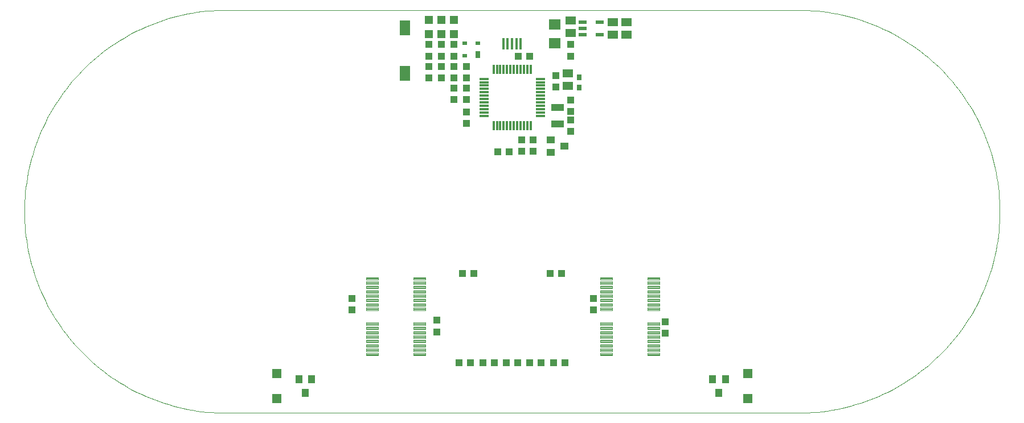
<source format=gtp>
G75*
%MOIN*%
%OFA0B0*%
%FSLAX25Y25*%
%IPPOS*%
%LPD*%
%AMOC8*
5,1,8,0,0,1.08239X$1,22.5*
%
%ADD10C,0.00000*%
%ADD11C,0.00472*%
%ADD12R,0.03937X0.04331*%
%ADD13R,0.05709X0.01181*%
%ADD14R,0.01181X0.05709*%
%ADD15R,0.03150X0.03543*%
%ADD16R,0.05906X0.05118*%
%ADD17R,0.04331X0.03937*%
%ADD18R,0.07087X0.06299*%
%ADD19R,0.02371X0.03551*%
%ADD20R,0.02367X0.01966*%
%ADD21R,0.02357X0.01963*%
%ADD22R,0.02357X0.01977*%
%ADD23R,0.02756X0.03937*%
%ADD24R,0.02756X0.02362*%
%ADD25R,0.07500X0.04300*%
%ADD26R,0.05906X0.09055*%
%ADD27R,0.04724X0.04724*%
%ADD28R,0.01575X0.06890*%
%ADD29R,0.05000X0.03937*%
%ADD30R,0.05512X0.05512*%
%ADD31R,0.03937X0.05000*%
%ADD32R,0.04724X0.02165*%
D10*
X0191692Y0005402D02*
X0526337Y0005402D01*
X0644447Y0123513D02*
X0644413Y0126367D01*
X0644309Y0129219D01*
X0644137Y0132068D01*
X0643896Y0134912D01*
X0643586Y0137750D01*
X0643208Y0140579D01*
X0642761Y0143398D01*
X0642247Y0146205D01*
X0641664Y0148999D01*
X0641015Y0151779D01*
X0640298Y0154541D01*
X0639515Y0157286D01*
X0638666Y0160011D01*
X0637752Y0162715D01*
X0636772Y0165395D01*
X0635727Y0168052D01*
X0634619Y0170682D01*
X0633448Y0173285D01*
X0632214Y0175858D01*
X0630918Y0178401D01*
X0629561Y0180913D01*
X0628144Y0183390D01*
X0626668Y0185833D01*
X0625132Y0188239D01*
X0623540Y0190607D01*
X0621890Y0192936D01*
X0620185Y0195225D01*
X0618424Y0197472D01*
X0616610Y0199675D01*
X0614744Y0201834D01*
X0612825Y0203948D01*
X0610856Y0206014D01*
X0608838Y0208032D01*
X0606772Y0210001D01*
X0604658Y0211920D01*
X0602499Y0213786D01*
X0600296Y0215600D01*
X0598049Y0217361D01*
X0595760Y0219066D01*
X0593431Y0220716D01*
X0591063Y0222308D01*
X0588657Y0223844D01*
X0586214Y0225320D01*
X0583737Y0226737D01*
X0581225Y0228094D01*
X0578682Y0229390D01*
X0576109Y0230624D01*
X0573506Y0231795D01*
X0570876Y0232903D01*
X0568219Y0233948D01*
X0565539Y0234928D01*
X0562835Y0235842D01*
X0560110Y0236691D01*
X0557365Y0237474D01*
X0554603Y0238191D01*
X0551823Y0238840D01*
X0549029Y0239423D01*
X0546222Y0239937D01*
X0543403Y0240384D01*
X0540574Y0240762D01*
X0537736Y0241072D01*
X0534892Y0241313D01*
X0532043Y0241485D01*
X0529191Y0241589D01*
X0526337Y0241623D01*
X0191692Y0241623D01*
X0188838Y0241589D01*
X0185986Y0241485D01*
X0183137Y0241313D01*
X0180293Y0241072D01*
X0177455Y0240762D01*
X0174626Y0240384D01*
X0171807Y0239937D01*
X0169000Y0239423D01*
X0166206Y0238840D01*
X0163426Y0238191D01*
X0160664Y0237474D01*
X0157919Y0236691D01*
X0155194Y0235842D01*
X0152490Y0234928D01*
X0149810Y0233948D01*
X0147153Y0232903D01*
X0144523Y0231795D01*
X0141920Y0230624D01*
X0139347Y0229390D01*
X0136804Y0228094D01*
X0134292Y0226737D01*
X0131815Y0225320D01*
X0129372Y0223844D01*
X0126966Y0222308D01*
X0124598Y0220716D01*
X0122269Y0219066D01*
X0119980Y0217361D01*
X0117733Y0215600D01*
X0115530Y0213786D01*
X0113371Y0211920D01*
X0111257Y0210001D01*
X0109191Y0208032D01*
X0107173Y0206014D01*
X0105204Y0203948D01*
X0103285Y0201834D01*
X0101419Y0199675D01*
X0099605Y0197472D01*
X0097844Y0195225D01*
X0096139Y0192936D01*
X0094489Y0190607D01*
X0092897Y0188239D01*
X0091361Y0185833D01*
X0089885Y0183390D01*
X0088468Y0180913D01*
X0087111Y0178401D01*
X0085815Y0175858D01*
X0084581Y0173285D01*
X0083410Y0170682D01*
X0082302Y0168052D01*
X0081257Y0165395D01*
X0080277Y0162715D01*
X0079363Y0160011D01*
X0078514Y0157286D01*
X0077731Y0154541D01*
X0077014Y0151779D01*
X0076365Y0148999D01*
X0075782Y0146205D01*
X0075268Y0143398D01*
X0074821Y0140579D01*
X0074443Y0137750D01*
X0074133Y0134912D01*
X0073892Y0132068D01*
X0073720Y0129219D01*
X0073616Y0126367D01*
X0073582Y0123513D01*
X0073616Y0120659D01*
X0073720Y0117807D01*
X0073892Y0114958D01*
X0074133Y0112114D01*
X0074443Y0109276D01*
X0074821Y0106447D01*
X0075268Y0103628D01*
X0075782Y0100821D01*
X0076365Y0098027D01*
X0077014Y0095247D01*
X0077731Y0092485D01*
X0078514Y0089740D01*
X0079363Y0087015D01*
X0080277Y0084311D01*
X0081257Y0081631D01*
X0082302Y0078974D01*
X0083410Y0076344D01*
X0084581Y0073741D01*
X0085815Y0071168D01*
X0087111Y0068625D01*
X0088468Y0066113D01*
X0089885Y0063636D01*
X0091361Y0061193D01*
X0092897Y0058787D01*
X0094489Y0056419D01*
X0096139Y0054090D01*
X0097844Y0051801D01*
X0099605Y0049554D01*
X0101419Y0047351D01*
X0103285Y0045192D01*
X0105204Y0043078D01*
X0107173Y0041012D01*
X0109191Y0038994D01*
X0111257Y0037025D01*
X0113371Y0035106D01*
X0115530Y0033240D01*
X0117733Y0031426D01*
X0119980Y0029665D01*
X0122269Y0027960D01*
X0124598Y0026310D01*
X0126966Y0024718D01*
X0129372Y0023182D01*
X0131815Y0021706D01*
X0134292Y0020289D01*
X0136804Y0018932D01*
X0139347Y0017636D01*
X0141920Y0016402D01*
X0144523Y0015231D01*
X0147153Y0014123D01*
X0149810Y0013078D01*
X0152490Y0012098D01*
X0155194Y0011184D01*
X0157919Y0010335D01*
X0160664Y0009552D01*
X0163426Y0008835D01*
X0166206Y0008186D01*
X0169000Y0007603D01*
X0171807Y0007089D01*
X0174626Y0006642D01*
X0177455Y0006264D01*
X0180293Y0005954D01*
X0183137Y0005713D01*
X0185986Y0005541D01*
X0188838Y0005437D01*
X0191692Y0005403D01*
X0526337Y0005403D02*
X0529191Y0005437D01*
X0532043Y0005541D01*
X0534892Y0005713D01*
X0537736Y0005954D01*
X0540574Y0006264D01*
X0543403Y0006642D01*
X0546222Y0007089D01*
X0549029Y0007603D01*
X0551823Y0008186D01*
X0554603Y0008835D01*
X0557365Y0009552D01*
X0560110Y0010335D01*
X0562835Y0011184D01*
X0565539Y0012098D01*
X0568219Y0013078D01*
X0570876Y0014123D01*
X0573506Y0015231D01*
X0576109Y0016402D01*
X0578682Y0017636D01*
X0581225Y0018932D01*
X0583737Y0020289D01*
X0586214Y0021706D01*
X0588657Y0023182D01*
X0591063Y0024718D01*
X0593431Y0026310D01*
X0595760Y0027960D01*
X0598049Y0029665D01*
X0600296Y0031426D01*
X0602499Y0033240D01*
X0604658Y0035106D01*
X0606772Y0037025D01*
X0608838Y0038994D01*
X0610856Y0041012D01*
X0612825Y0043078D01*
X0614744Y0045192D01*
X0616610Y0047351D01*
X0618424Y0049554D01*
X0620185Y0051801D01*
X0621890Y0054090D01*
X0623540Y0056419D01*
X0625132Y0058787D01*
X0626668Y0061193D01*
X0628144Y0063636D01*
X0629561Y0066113D01*
X0630918Y0068625D01*
X0632214Y0071168D01*
X0633448Y0073741D01*
X0634619Y0076344D01*
X0635727Y0078974D01*
X0636772Y0081631D01*
X0637752Y0084311D01*
X0638666Y0087015D01*
X0639515Y0089740D01*
X0640298Y0092485D01*
X0641015Y0095247D01*
X0641664Y0098027D01*
X0642247Y0100821D01*
X0642761Y0103628D01*
X0643208Y0106447D01*
X0643586Y0109276D01*
X0643896Y0112114D01*
X0644137Y0114958D01*
X0644309Y0117807D01*
X0644413Y0120659D01*
X0644447Y0123513D01*
D11*
X0445215Y0084950D02*
X0438207Y0084950D01*
X0445215Y0084950D02*
X0445215Y0083532D01*
X0438207Y0083532D01*
X0438207Y0084950D01*
X0438207Y0084003D02*
X0445215Y0084003D01*
X0445215Y0084474D02*
X0438207Y0084474D01*
X0438207Y0084945D02*
X0445215Y0084945D01*
X0445215Y0082391D02*
X0438207Y0082391D01*
X0445215Y0082391D02*
X0445215Y0080973D01*
X0438207Y0080973D01*
X0438207Y0082391D01*
X0438207Y0081444D02*
X0445215Y0081444D01*
X0445215Y0081915D02*
X0438207Y0081915D01*
X0438207Y0082386D02*
X0445215Y0082386D01*
X0445215Y0079832D02*
X0438207Y0079832D01*
X0445215Y0079832D02*
X0445215Y0078414D01*
X0438207Y0078414D01*
X0438207Y0079832D01*
X0438207Y0078885D02*
X0445215Y0078885D01*
X0445215Y0079356D02*
X0438207Y0079356D01*
X0438207Y0079827D02*
X0445215Y0079827D01*
X0445215Y0077273D02*
X0438207Y0077273D01*
X0445215Y0077273D02*
X0445215Y0075855D01*
X0438207Y0075855D01*
X0438207Y0077273D01*
X0438207Y0076326D02*
X0445215Y0076326D01*
X0445215Y0076797D02*
X0438207Y0076797D01*
X0438207Y0077268D02*
X0445215Y0077268D01*
X0445215Y0074714D02*
X0438207Y0074714D01*
X0445215Y0074714D02*
X0445215Y0073296D01*
X0438207Y0073296D01*
X0438207Y0074714D01*
X0438207Y0073767D02*
X0445215Y0073767D01*
X0445215Y0074238D02*
X0438207Y0074238D01*
X0438207Y0074709D02*
X0445215Y0074709D01*
X0445215Y0072155D02*
X0438207Y0072155D01*
X0445215Y0072155D02*
X0445215Y0070737D01*
X0438207Y0070737D01*
X0438207Y0072155D01*
X0438207Y0071208D02*
X0445215Y0071208D01*
X0445215Y0071679D02*
X0438207Y0071679D01*
X0438207Y0072150D02*
X0445215Y0072150D01*
X0445215Y0069596D02*
X0438207Y0069596D01*
X0445215Y0069596D02*
X0445215Y0068178D01*
X0438207Y0068178D01*
X0438207Y0069596D01*
X0438207Y0068649D02*
X0445215Y0068649D01*
X0445215Y0069120D02*
X0438207Y0069120D01*
X0438207Y0069591D02*
X0445215Y0069591D01*
X0445215Y0067037D02*
X0438207Y0067037D01*
X0445215Y0067037D02*
X0445215Y0065619D01*
X0438207Y0065619D01*
X0438207Y0067037D01*
X0438207Y0066090D02*
X0445215Y0066090D01*
X0445215Y0066561D02*
X0438207Y0066561D01*
X0438207Y0067032D02*
X0445215Y0067032D01*
X0445215Y0056957D02*
X0438207Y0056957D01*
X0438207Y0058375D01*
X0445215Y0058375D01*
X0445215Y0056957D01*
X0445215Y0057428D02*
X0438207Y0057428D01*
X0438207Y0057899D02*
X0445215Y0057899D01*
X0445215Y0058370D02*
X0438207Y0058370D01*
X0438207Y0054398D02*
X0445215Y0054398D01*
X0438207Y0054398D02*
X0438207Y0055816D01*
X0445215Y0055816D01*
X0445215Y0054398D01*
X0445215Y0054869D02*
X0438207Y0054869D01*
X0438207Y0055340D02*
X0445215Y0055340D01*
X0445215Y0055811D02*
X0438207Y0055811D01*
X0438207Y0051839D02*
X0445215Y0051839D01*
X0438207Y0051839D02*
X0438207Y0053257D01*
X0445215Y0053257D01*
X0445215Y0051839D01*
X0445215Y0052310D02*
X0438207Y0052310D01*
X0438207Y0052781D02*
X0445215Y0052781D01*
X0445215Y0053252D02*
X0438207Y0053252D01*
X0438207Y0049280D02*
X0445215Y0049280D01*
X0438207Y0049280D02*
X0438207Y0050698D01*
X0445215Y0050698D01*
X0445215Y0049280D01*
X0445215Y0049751D02*
X0438207Y0049751D01*
X0438207Y0050222D02*
X0445215Y0050222D01*
X0445215Y0050693D02*
X0438207Y0050693D01*
X0438207Y0046721D02*
X0445215Y0046721D01*
X0438207Y0046721D02*
X0438207Y0048139D01*
X0445215Y0048139D01*
X0445215Y0046721D01*
X0445215Y0047192D02*
X0438207Y0047192D01*
X0438207Y0047663D02*
X0445215Y0047663D01*
X0445215Y0048134D02*
X0438207Y0048134D01*
X0438207Y0044162D02*
X0445215Y0044162D01*
X0438207Y0044162D02*
X0438207Y0045580D01*
X0445215Y0045580D01*
X0445215Y0044162D01*
X0445215Y0044633D02*
X0438207Y0044633D01*
X0438207Y0045104D02*
X0445215Y0045104D01*
X0445215Y0045575D02*
X0438207Y0045575D01*
X0438207Y0041603D02*
X0445215Y0041603D01*
X0438207Y0041603D02*
X0438207Y0043021D01*
X0445215Y0043021D01*
X0445215Y0041603D01*
X0445215Y0042074D02*
X0438207Y0042074D01*
X0438207Y0042545D02*
X0445215Y0042545D01*
X0445215Y0043016D02*
X0438207Y0043016D01*
X0438207Y0039044D02*
X0445215Y0039044D01*
X0438207Y0039044D02*
X0438207Y0040462D01*
X0445215Y0040462D01*
X0445215Y0039044D01*
X0445215Y0039515D02*
X0438207Y0039515D01*
X0438207Y0039986D02*
X0445215Y0039986D01*
X0445215Y0040457D02*
X0438207Y0040457D01*
X0417617Y0039044D02*
X0410609Y0039044D01*
X0410609Y0040462D01*
X0417617Y0040462D01*
X0417617Y0039044D01*
X0417617Y0039515D02*
X0410609Y0039515D01*
X0410609Y0039986D02*
X0417617Y0039986D01*
X0417617Y0040457D02*
X0410609Y0040457D01*
X0410609Y0041603D02*
X0417617Y0041603D01*
X0410609Y0041603D02*
X0410609Y0043021D01*
X0417617Y0043021D01*
X0417617Y0041603D01*
X0417617Y0042074D02*
X0410609Y0042074D01*
X0410609Y0042545D02*
X0417617Y0042545D01*
X0417617Y0043016D02*
X0410609Y0043016D01*
X0410609Y0044162D02*
X0417617Y0044162D01*
X0410609Y0044162D02*
X0410609Y0045580D01*
X0417617Y0045580D01*
X0417617Y0044162D01*
X0417617Y0044633D02*
X0410609Y0044633D01*
X0410609Y0045104D02*
X0417617Y0045104D01*
X0417617Y0045575D02*
X0410609Y0045575D01*
X0410609Y0046721D02*
X0417617Y0046721D01*
X0410609Y0046721D02*
X0410609Y0048139D01*
X0417617Y0048139D01*
X0417617Y0046721D01*
X0417617Y0047192D02*
X0410609Y0047192D01*
X0410609Y0047663D02*
X0417617Y0047663D01*
X0417617Y0048134D02*
X0410609Y0048134D01*
X0410609Y0049280D02*
X0417617Y0049280D01*
X0410609Y0049280D02*
X0410609Y0050698D01*
X0417617Y0050698D01*
X0417617Y0049280D01*
X0417617Y0049751D02*
X0410609Y0049751D01*
X0410609Y0050222D02*
X0417617Y0050222D01*
X0417617Y0050693D02*
X0410609Y0050693D01*
X0410609Y0051839D02*
X0417617Y0051839D01*
X0410609Y0051839D02*
X0410609Y0053257D01*
X0417617Y0053257D01*
X0417617Y0051839D01*
X0417617Y0052310D02*
X0410609Y0052310D01*
X0410609Y0052781D02*
X0417617Y0052781D01*
X0417617Y0053252D02*
X0410609Y0053252D01*
X0410609Y0054398D02*
X0417617Y0054398D01*
X0410609Y0054398D02*
X0410609Y0055816D01*
X0417617Y0055816D01*
X0417617Y0054398D01*
X0417617Y0054869D02*
X0410609Y0054869D01*
X0410609Y0055340D02*
X0417617Y0055340D01*
X0417617Y0055811D02*
X0410609Y0055811D01*
X0410609Y0056957D02*
X0417617Y0056957D01*
X0410609Y0056957D02*
X0410609Y0058375D01*
X0417617Y0058375D01*
X0417617Y0056957D01*
X0417617Y0057428D02*
X0410609Y0057428D01*
X0410609Y0057899D02*
X0417617Y0057899D01*
X0417617Y0058370D02*
X0410609Y0058370D01*
X0410609Y0067037D02*
X0417617Y0067037D01*
X0417617Y0065619D01*
X0410609Y0065619D01*
X0410609Y0067037D01*
X0410609Y0066090D02*
X0417617Y0066090D01*
X0417617Y0066561D02*
X0410609Y0066561D01*
X0410609Y0067032D02*
X0417617Y0067032D01*
X0417617Y0069596D02*
X0410609Y0069596D01*
X0417617Y0069596D02*
X0417617Y0068178D01*
X0410609Y0068178D01*
X0410609Y0069596D01*
X0410609Y0068649D02*
X0417617Y0068649D01*
X0417617Y0069120D02*
X0410609Y0069120D01*
X0410609Y0069591D02*
X0417617Y0069591D01*
X0417617Y0072155D02*
X0410609Y0072155D01*
X0417617Y0072155D02*
X0417617Y0070737D01*
X0410609Y0070737D01*
X0410609Y0072155D01*
X0410609Y0071208D02*
X0417617Y0071208D01*
X0417617Y0071679D02*
X0410609Y0071679D01*
X0410609Y0072150D02*
X0417617Y0072150D01*
X0417617Y0074714D02*
X0410609Y0074714D01*
X0417617Y0074714D02*
X0417617Y0073296D01*
X0410609Y0073296D01*
X0410609Y0074714D01*
X0410609Y0073767D02*
X0417617Y0073767D01*
X0417617Y0074238D02*
X0410609Y0074238D01*
X0410609Y0074709D02*
X0417617Y0074709D01*
X0417617Y0077273D02*
X0410609Y0077273D01*
X0417617Y0077273D02*
X0417617Y0075855D01*
X0410609Y0075855D01*
X0410609Y0077273D01*
X0410609Y0076326D02*
X0417617Y0076326D01*
X0417617Y0076797D02*
X0410609Y0076797D01*
X0410609Y0077268D02*
X0417617Y0077268D01*
X0417617Y0079832D02*
X0410609Y0079832D01*
X0417617Y0079832D02*
X0417617Y0078414D01*
X0410609Y0078414D01*
X0410609Y0079832D01*
X0410609Y0078885D02*
X0417617Y0078885D01*
X0417617Y0079356D02*
X0410609Y0079356D01*
X0410609Y0079827D02*
X0417617Y0079827D01*
X0417617Y0082391D02*
X0410609Y0082391D01*
X0417617Y0082391D02*
X0417617Y0080973D01*
X0410609Y0080973D01*
X0410609Y0082391D01*
X0410609Y0081444D02*
X0417617Y0081444D01*
X0417617Y0081915D02*
X0410609Y0081915D01*
X0410609Y0082386D02*
X0417617Y0082386D01*
X0417617Y0084950D02*
X0410609Y0084950D01*
X0417617Y0084950D02*
X0417617Y0083532D01*
X0410609Y0083532D01*
X0410609Y0084950D01*
X0410609Y0084003D02*
X0417617Y0084003D01*
X0417617Y0084474D02*
X0410609Y0084474D01*
X0410609Y0084945D02*
X0417617Y0084945D01*
X0308404Y0084950D02*
X0301396Y0084950D01*
X0308404Y0084950D02*
X0308404Y0083532D01*
X0301396Y0083532D01*
X0301396Y0084950D01*
X0301396Y0084003D02*
X0308404Y0084003D01*
X0308404Y0084474D02*
X0301396Y0084474D01*
X0301396Y0084945D02*
X0308404Y0084945D01*
X0308404Y0082391D02*
X0301396Y0082391D01*
X0308404Y0082391D02*
X0308404Y0080973D01*
X0301396Y0080973D01*
X0301396Y0082391D01*
X0301396Y0081444D02*
X0308404Y0081444D01*
X0308404Y0081915D02*
X0301396Y0081915D01*
X0301396Y0082386D02*
X0308404Y0082386D01*
X0308404Y0079832D02*
X0301396Y0079832D01*
X0308404Y0079832D02*
X0308404Y0078414D01*
X0301396Y0078414D01*
X0301396Y0079832D01*
X0301396Y0078885D02*
X0308404Y0078885D01*
X0308404Y0079356D02*
X0301396Y0079356D01*
X0301396Y0079827D02*
X0308404Y0079827D01*
X0308404Y0077273D02*
X0301396Y0077273D01*
X0308404Y0077273D02*
X0308404Y0075855D01*
X0301396Y0075855D01*
X0301396Y0077273D01*
X0301396Y0076326D02*
X0308404Y0076326D01*
X0308404Y0076797D02*
X0301396Y0076797D01*
X0301396Y0077268D02*
X0308404Y0077268D01*
X0308404Y0074714D02*
X0301396Y0074714D01*
X0308404Y0074714D02*
X0308404Y0073296D01*
X0301396Y0073296D01*
X0301396Y0074714D01*
X0301396Y0073767D02*
X0308404Y0073767D01*
X0308404Y0074238D02*
X0301396Y0074238D01*
X0301396Y0074709D02*
X0308404Y0074709D01*
X0308404Y0072155D02*
X0301396Y0072155D01*
X0308404Y0072155D02*
X0308404Y0070737D01*
X0301396Y0070737D01*
X0301396Y0072155D01*
X0301396Y0071208D02*
X0308404Y0071208D01*
X0308404Y0071679D02*
X0301396Y0071679D01*
X0301396Y0072150D02*
X0308404Y0072150D01*
X0308404Y0069596D02*
X0301396Y0069596D01*
X0308404Y0069596D02*
X0308404Y0068178D01*
X0301396Y0068178D01*
X0301396Y0069596D01*
X0301396Y0068649D02*
X0308404Y0068649D01*
X0308404Y0069120D02*
X0301396Y0069120D01*
X0301396Y0069591D02*
X0308404Y0069591D01*
X0308404Y0067037D02*
X0301396Y0067037D01*
X0308404Y0067037D02*
X0308404Y0065619D01*
X0301396Y0065619D01*
X0301396Y0067037D01*
X0301396Y0066090D02*
X0308404Y0066090D01*
X0308404Y0066561D02*
X0301396Y0066561D01*
X0301396Y0067032D02*
X0308404Y0067032D01*
X0308404Y0056957D02*
X0301396Y0056957D01*
X0301396Y0058375D01*
X0308404Y0058375D01*
X0308404Y0056957D01*
X0308404Y0057428D02*
X0301396Y0057428D01*
X0301396Y0057899D02*
X0308404Y0057899D01*
X0308404Y0058370D02*
X0301396Y0058370D01*
X0301396Y0054398D02*
X0308404Y0054398D01*
X0301396Y0054398D02*
X0301396Y0055816D01*
X0308404Y0055816D01*
X0308404Y0054398D01*
X0308404Y0054869D02*
X0301396Y0054869D01*
X0301396Y0055340D02*
X0308404Y0055340D01*
X0308404Y0055811D02*
X0301396Y0055811D01*
X0301396Y0051839D02*
X0308404Y0051839D01*
X0301396Y0051839D02*
X0301396Y0053257D01*
X0308404Y0053257D01*
X0308404Y0051839D01*
X0308404Y0052310D02*
X0301396Y0052310D01*
X0301396Y0052781D02*
X0308404Y0052781D01*
X0308404Y0053252D02*
X0301396Y0053252D01*
X0301396Y0049280D02*
X0308404Y0049280D01*
X0301396Y0049280D02*
X0301396Y0050698D01*
X0308404Y0050698D01*
X0308404Y0049280D01*
X0308404Y0049751D02*
X0301396Y0049751D01*
X0301396Y0050222D02*
X0308404Y0050222D01*
X0308404Y0050693D02*
X0301396Y0050693D01*
X0301396Y0046721D02*
X0308404Y0046721D01*
X0301396Y0046721D02*
X0301396Y0048139D01*
X0308404Y0048139D01*
X0308404Y0046721D01*
X0308404Y0047192D02*
X0301396Y0047192D01*
X0301396Y0047663D02*
X0308404Y0047663D01*
X0308404Y0048134D02*
X0301396Y0048134D01*
X0301396Y0044162D02*
X0308404Y0044162D01*
X0301396Y0044162D02*
X0301396Y0045580D01*
X0308404Y0045580D01*
X0308404Y0044162D01*
X0308404Y0044633D02*
X0301396Y0044633D01*
X0301396Y0045104D02*
X0308404Y0045104D01*
X0308404Y0045575D02*
X0301396Y0045575D01*
X0301396Y0041603D02*
X0308404Y0041603D01*
X0301396Y0041603D02*
X0301396Y0043021D01*
X0308404Y0043021D01*
X0308404Y0041603D01*
X0308404Y0042074D02*
X0301396Y0042074D01*
X0301396Y0042545D02*
X0308404Y0042545D01*
X0308404Y0043016D02*
X0301396Y0043016D01*
X0301396Y0039044D02*
X0308404Y0039044D01*
X0301396Y0039044D02*
X0301396Y0040462D01*
X0308404Y0040462D01*
X0308404Y0039044D01*
X0308404Y0039515D02*
X0301396Y0039515D01*
X0301396Y0039986D02*
X0308404Y0039986D01*
X0308404Y0040457D02*
X0301396Y0040457D01*
X0280806Y0039044D02*
X0273798Y0039044D01*
X0273798Y0040462D01*
X0280806Y0040462D01*
X0280806Y0039044D01*
X0280806Y0039515D02*
X0273798Y0039515D01*
X0273798Y0039986D02*
X0280806Y0039986D01*
X0280806Y0040457D02*
X0273798Y0040457D01*
X0273798Y0041603D02*
X0280806Y0041603D01*
X0273798Y0041603D02*
X0273798Y0043021D01*
X0280806Y0043021D01*
X0280806Y0041603D01*
X0280806Y0042074D02*
X0273798Y0042074D01*
X0273798Y0042545D02*
X0280806Y0042545D01*
X0280806Y0043016D02*
X0273798Y0043016D01*
X0273798Y0044162D02*
X0280806Y0044162D01*
X0273798Y0044162D02*
X0273798Y0045580D01*
X0280806Y0045580D01*
X0280806Y0044162D01*
X0280806Y0044633D02*
X0273798Y0044633D01*
X0273798Y0045104D02*
X0280806Y0045104D01*
X0280806Y0045575D02*
X0273798Y0045575D01*
X0273798Y0046721D02*
X0280806Y0046721D01*
X0273798Y0046721D02*
X0273798Y0048139D01*
X0280806Y0048139D01*
X0280806Y0046721D01*
X0280806Y0047192D02*
X0273798Y0047192D01*
X0273798Y0047663D02*
X0280806Y0047663D01*
X0280806Y0048134D02*
X0273798Y0048134D01*
X0273798Y0049280D02*
X0280806Y0049280D01*
X0273798Y0049280D02*
X0273798Y0050698D01*
X0280806Y0050698D01*
X0280806Y0049280D01*
X0280806Y0049751D02*
X0273798Y0049751D01*
X0273798Y0050222D02*
X0280806Y0050222D01*
X0280806Y0050693D02*
X0273798Y0050693D01*
X0273798Y0051839D02*
X0280806Y0051839D01*
X0273798Y0051839D02*
X0273798Y0053257D01*
X0280806Y0053257D01*
X0280806Y0051839D01*
X0280806Y0052310D02*
X0273798Y0052310D01*
X0273798Y0052781D02*
X0280806Y0052781D01*
X0280806Y0053252D02*
X0273798Y0053252D01*
X0273798Y0054398D02*
X0280806Y0054398D01*
X0273798Y0054398D02*
X0273798Y0055816D01*
X0280806Y0055816D01*
X0280806Y0054398D01*
X0280806Y0054869D02*
X0273798Y0054869D01*
X0273798Y0055340D02*
X0280806Y0055340D01*
X0280806Y0055811D02*
X0273798Y0055811D01*
X0273798Y0056957D02*
X0280806Y0056957D01*
X0273798Y0056957D02*
X0273798Y0058375D01*
X0280806Y0058375D01*
X0280806Y0056957D01*
X0280806Y0057428D02*
X0273798Y0057428D01*
X0273798Y0057899D02*
X0280806Y0057899D01*
X0280806Y0058370D02*
X0273798Y0058370D01*
X0273798Y0067037D02*
X0280806Y0067037D01*
X0280806Y0065619D01*
X0273798Y0065619D01*
X0273798Y0067037D01*
X0273798Y0066090D02*
X0280806Y0066090D01*
X0280806Y0066561D02*
X0273798Y0066561D01*
X0273798Y0067032D02*
X0280806Y0067032D01*
X0280806Y0069596D02*
X0273798Y0069596D01*
X0280806Y0069596D02*
X0280806Y0068178D01*
X0273798Y0068178D01*
X0273798Y0069596D01*
X0273798Y0068649D02*
X0280806Y0068649D01*
X0280806Y0069120D02*
X0273798Y0069120D01*
X0273798Y0069591D02*
X0280806Y0069591D01*
X0280806Y0072155D02*
X0273798Y0072155D01*
X0280806Y0072155D02*
X0280806Y0070737D01*
X0273798Y0070737D01*
X0273798Y0072155D01*
X0273798Y0071208D02*
X0280806Y0071208D01*
X0280806Y0071679D02*
X0273798Y0071679D01*
X0273798Y0072150D02*
X0280806Y0072150D01*
X0280806Y0074714D02*
X0273798Y0074714D01*
X0280806Y0074714D02*
X0280806Y0073296D01*
X0273798Y0073296D01*
X0273798Y0074714D01*
X0273798Y0073767D02*
X0280806Y0073767D01*
X0280806Y0074238D02*
X0273798Y0074238D01*
X0273798Y0074709D02*
X0280806Y0074709D01*
X0280806Y0077273D02*
X0273798Y0077273D01*
X0280806Y0077273D02*
X0280806Y0075855D01*
X0273798Y0075855D01*
X0273798Y0077273D01*
X0273798Y0076326D02*
X0280806Y0076326D01*
X0280806Y0076797D02*
X0273798Y0076797D01*
X0273798Y0077268D02*
X0280806Y0077268D01*
X0280806Y0079832D02*
X0273798Y0079832D01*
X0280806Y0079832D02*
X0280806Y0078414D01*
X0273798Y0078414D01*
X0273798Y0079832D01*
X0273798Y0078885D02*
X0280806Y0078885D01*
X0280806Y0079356D02*
X0273798Y0079356D01*
X0273798Y0079827D02*
X0280806Y0079827D01*
X0280806Y0082391D02*
X0273798Y0082391D01*
X0280806Y0082391D02*
X0280806Y0080973D01*
X0273798Y0080973D01*
X0273798Y0082391D01*
X0273798Y0081444D02*
X0280806Y0081444D01*
X0280806Y0081915D02*
X0273798Y0081915D01*
X0273798Y0082386D02*
X0280806Y0082386D01*
X0280806Y0084950D02*
X0273798Y0084950D01*
X0280806Y0084950D02*
X0280806Y0083532D01*
X0273798Y0083532D01*
X0273798Y0084950D01*
X0273798Y0084003D02*
X0280806Y0084003D01*
X0280806Y0084474D02*
X0273798Y0084474D01*
X0273798Y0084945D02*
X0280806Y0084945D01*
D12*
X0265191Y0072410D03*
X0265191Y0065717D03*
X0314846Y0059684D03*
X0314846Y0052991D03*
X0406554Y0065781D03*
X0406554Y0072474D03*
X0448581Y0058946D03*
X0448581Y0052253D03*
X0387952Y0087095D03*
X0381259Y0087095D03*
X0336770Y0087095D03*
X0330078Y0087095D03*
X0393463Y0170363D03*
X0393463Y0177056D03*
X0393463Y0182174D03*
X0393463Y0188867D03*
X0384728Y0196485D03*
X0384728Y0203178D03*
X0332440Y0201859D03*
X0325058Y0201859D03*
X0317676Y0201859D03*
X0310294Y0201859D03*
X0310294Y0208552D03*
X0317676Y0208552D03*
X0325058Y0208552D03*
X0332440Y0208552D03*
X0325058Y0214654D03*
X0317676Y0214654D03*
X0310294Y0214654D03*
X0310294Y0221347D03*
X0317676Y0221347D03*
X0325058Y0221347D03*
X0325058Y0195757D03*
X0332440Y0195757D03*
X0332440Y0189064D03*
X0325058Y0189064D03*
X0332440Y0181977D03*
X0332440Y0175284D03*
D13*
X0342479Y0179615D03*
X0342479Y0181583D03*
X0342479Y0183552D03*
X0342479Y0185520D03*
X0342479Y0187489D03*
X0342479Y0189457D03*
X0342479Y0191426D03*
X0342479Y0193394D03*
X0342479Y0195363D03*
X0342479Y0197331D03*
X0342479Y0199300D03*
X0342597Y0201269D03*
X0375550Y0201269D03*
X0375550Y0199300D03*
X0375550Y0197331D03*
X0375550Y0195363D03*
X0375550Y0193394D03*
X0375550Y0191426D03*
X0375550Y0189457D03*
X0375550Y0187489D03*
X0375550Y0185520D03*
X0375550Y0183552D03*
X0375550Y0181583D03*
X0375550Y0179615D03*
D14*
X0369841Y0173906D03*
X0367873Y0173906D03*
X0365904Y0173906D03*
X0363936Y0173906D03*
X0361967Y0173906D03*
X0359999Y0173906D03*
X0358030Y0173906D03*
X0356062Y0173906D03*
X0354093Y0173906D03*
X0352125Y0173906D03*
X0350156Y0173906D03*
X0348188Y0173906D03*
X0348188Y0206977D03*
X0350156Y0206977D03*
X0352125Y0206977D03*
X0354093Y0206977D03*
X0356062Y0206977D03*
X0358030Y0206977D03*
X0359999Y0206977D03*
X0361967Y0206977D03*
X0363936Y0206977D03*
X0365904Y0206977D03*
X0367873Y0206977D03*
X0369841Y0206977D03*
D15*
X0398461Y0202113D03*
X0398461Y0196113D03*
D16*
X0391618Y0197076D03*
X0391618Y0204556D03*
X0393463Y0228040D03*
X0393463Y0235520D03*
X0418070Y0234536D03*
X0425944Y0234536D03*
X0425944Y0227056D03*
X0418070Y0227056D03*
D17*
X0393463Y0221347D03*
X0393463Y0214654D03*
X0369290Y0214455D03*
X0362597Y0214455D03*
X0364526Y0165343D03*
X0371219Y0165343D03*
X0371219Y0158700D03*
X0364526Y0158700D03*
X0357440Y0158387D03*
X0350747Y0158387D03*
X0348581Y0034930D03*
X0341889Y0034930D03*
X0334802Y0034930D03*
X0328109Y0034930D03*
X0355668Y0034930D03*
X0362361Y0034930D03*
X0369448Y0034930D03*
X0376141Y0034930D03*
X0383227Y0034930D03*
X0389920Y0034930D03*
D18*
X0384123Y0222272D03*
X0384123Y0233296D03*
D19*
X0339058Y0215571D03*
D20*
X0339057Y0222269D03*
D21*
X0331177Y0222270D03*
D22*
X0331177Y0214783D03*
D23*
X0339054Y0215575D03*
D24*
X0331180Y0214787D03*
X0331180Y0222268D03*
X0339054Y0222268D03*
D25*
X0385511Y0184405D03*
X0385511Y0174805D03*
D26*
X0296269Y0204654D03*
X0296269Y0231032D03*
D27*
X0310294Y0227646D03*
X0317676Y0227646D03*
X0325058Y0227646D03*
X0325058Y0235914D03*
X0317676Y0235914D03*
X0310294Y0235914D03*
D28*
X0353896Y0221839D03*
X0356456Y0221839D03*
X0359015Y0221839D03*
X0361574Y0221839D03*
X0364133Y0221839D03*
D29*
X0381652Y0165639D03*
X0389526Y0161898D03*
X0381652Y0158158D03*
D30*
X0496810Y0028434D03*
X0496810Y0013867D03*
X0221219Y0013867D03*
X0221219Y0028434D03*
D31*
X0234211Y0025087D03*
X0241692Y0025087D03*
X0237952Y0017213D03*
X0476337Y0025087D03*
X0483818Y0025087D03*
X0480078Y0017213D03*
D32*
X0410393Y0227056D03*
X0400156Y0227056D03*
X0400156Y0230796D03*
X0400156Y0234536D03*
X0410393Y0234536D03*
M02*

</source>
